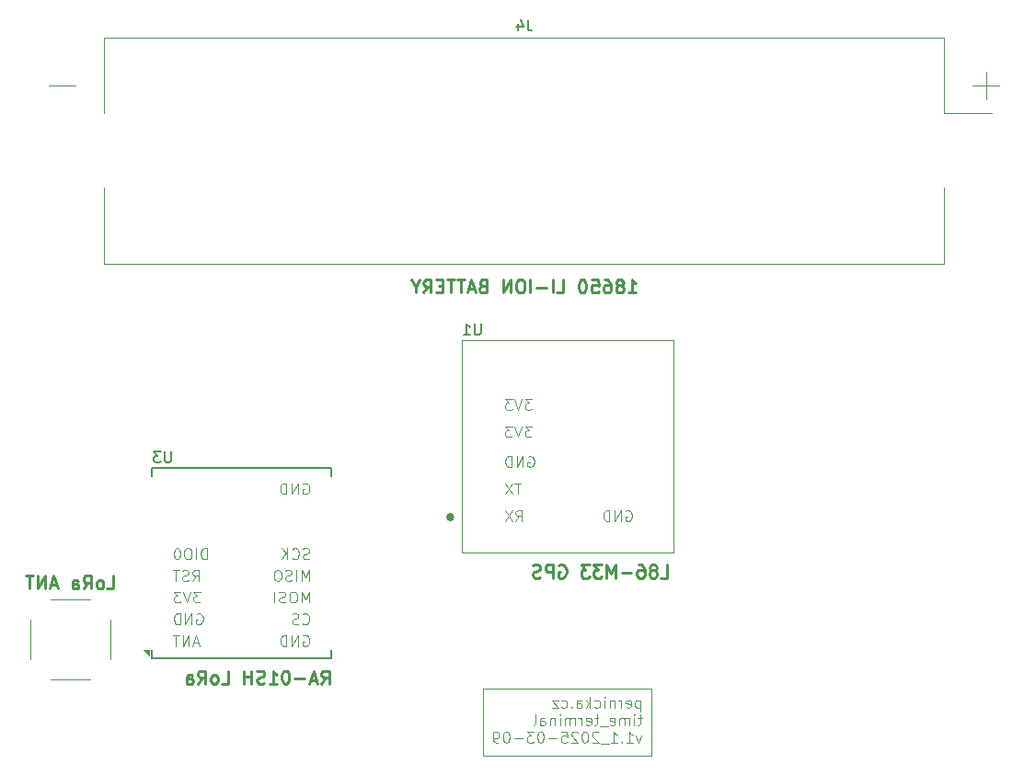
<source format=gbr>
%TF.GenerationSoftware,KiCad,Pcbnew,8.0.4+dfsg-1*%
%TF.CreationDate,2025-03-09T22:36:11+01:00*%
%TF.ProjectId,time_terminal,74696d65-5f74-4657-926d-696e616c2e6b,rev?*%
%TF.SameCoordinates,Original*%
%TF.FileFunction,Legend,Bot*%
%TF.FilePolarity,Positive*%
%FSLAX46Y46*%
G04 Gerber Fmt 4.6, Leading zero omitted, Abs format (unit mm)*
G04 Created by KiCad (PCBNEW 8.0.4+dfsg-1) date 2025-03-09 22:36:11*
%MOMM*%
%LPD*%
G01*
G04 APERTURE LIST*
%ADD10C,0.125000*%
%ADD11C,0.100000*%
%ADD12C,0.240000*%
%ADD13C,0.150000*%
%ADD14C,0.120000*%
%ADD15C,0.300000*%
G04 APERTURE END LIST*
D10*
X87155859Y-112168738D02*
X87251097Y-112121119D01*
X87251097Y-112121119D02*
X87393954Y-112121119D01*
X87393954Y-112121119D02*
X87536811Y-112168738D01*
X87536811Y-112168738D02*
X87632049Y-112263976D01*
X87632049Y-112263976D02*
X87679668Y-112359214D01*
X87679668Y-112359214D02*
X87727287Y-112549690D01*
X87727287Y-112549690D02*
X87727287Y-112692547D01*
X87727287Y-112692547D02*
X87679668Y-112883023D01*
X87679668Y-112883023D02*
X87632049Y-112978261D01*
X87632049Y-112978261D02*
X87536811Y-113073500D01*
X87536811Y-113073500D02*
X87393954Y-113121119D01*
X87393954Y-113121119D02*
X87298716Y-113121119D01*
X87298716Y-113121119D02*
X87155859Y-113073500D01*
X87155859Y-113073500D02*
X87108240Y-113025880D01*
X87108240Y-113025880D02*
X87108240Y-112692547D01*
X87108240Y-112692547D02*
X87298716Y-112692547D01*
X86679668Y-113121119D02*
X86679668Y-112121119D01*
X86679668Y-112121119D02*
X86108240Y-113121119D01*
X86108240Y-113121119D02*
X86108240Y-112121119D01*
X85632049Y-113121119D02*
X85632049Y-112121119D01*
X85632049Y-112121119D02*
X85393954Y-112121119D01*
X85393954Y-112121119D02*
X85251097Y-112168738D01*
X85251097Y-112168738D02*
X85155859Y-112263976D01*
X85155859Y-112263976D02*
X85108240Y-112359214D01*
X85108240Y-112359214D02*
X85060621Y-112549690D01*
X85060621Y-112549690D02*
X85060621Y-112692547D01*
X85060621Y-112692547D02*
X85108240Y-112883023D01*
X85108240Y-112883023D02*
X85155859Y-112978261D01*
X85155859Y-112978261D02*
X85251097Y-113073500D01*
X85251097Y-113073500D02*
X85393954Y-113121119D01*
X85393954Y-113121119D02*
X85632049Y-113121119D01*
X87108240Y-111025880D02*
X87155859Y-111073500D01*
X87155859Y-111073500D02*
X87298716Y-111121119D01*
X87298716Y-111121119D02*
X87393954Y-111121119D01*
X87393954Y-111121119D02*
X87536811Y-111073500D01*
X87536811Y-111073500D02*
X87632049Y-110978261D01*
X87632049Y-110978261D02*
X87679668Y-110883023D01*
X87679668Y-110883023D02*
X87727287Y-110692547D01*
X87727287Y-110692547D02*
X87727287Y-110549690D01*
X87727287Y-110549690D02*
X87679668Y-110359214D01*
X87679668Y-110359214D02*
X87632049Y-110263976D01*
X87632049Y-110263976D02*
X87536811Y-110168738D01*
X87536811Y-110168738D02*
X87393954Y-110121119D01*
X87393954Y-110121119D02*
X87298716Y-110121119D01*
X87298716Y-110121119D02*
X87155859Y-110168738D01*
X87155859Y-110168738D02*
X87108240Y-110216357D01*
X86727287Y-111073500D02*
X86584430Y-111121119D01*
X86584430Y-111121119D02*
X86346335Y-111121119D01*
X86346335Y-111121119D02*
X86251097Y-111073500D01*
X86251097Y-111073500D02*
X86203478Y-111025880D01*
X86203478Y-111025880D02*
X86155859Y-110930642D01*
X86155859Y-110930642D02*
X86155859Y-110835404D01*
X86155859Y-110835404D02*
X86203478Y-110740166D01*
X86203478Y-110740166D02*
X86251097Y-110692547D01*
X86251097Y-110692547D02*
X86346335Y-110644928D01*
X86346335Y-110644928D02*
X86536811Y-110597309D01*
X86536811Y-110597309D02*
X86632049Y-110549690D01*
X86632049Y-110549690D02*
X86679668Y-110502071D01*
X86679668Y-110502071D02*
X86727287Y-110406833D01*
X86727287Y-110406833D02*
X86727287Y-110311595D01*
X86727287Y-110311595D02*
X86679668Y-110216357D01*
X86679668Y-110216357D02*
X86632049Y-110168738D01*
X86632049Y-110168738D02*
X86536811Y-110121119D01*
X86536811Y-110121119D02*
X86298716Y-110121119D01*
X86298716Y-110121119D02*
X86155859Y-110168738D01*
X87679668Y-109121119D02*
X87679668Y-108121119D01*
X87679668Y-108121119D02*
X87346335Y-108835404D01*
X87346335Y-108835404D02*
X87013002Y-108121119D01*
X87013002Y-108121119D02*
X87013002Y-109121119D01*
X86346335Y-108121119D02*
X86155859Y-108121119D01*
X86155859Y-108121119D02*
X86060621Y-108168738D01*
X86060621Y-108168738D02*
X85965383Y-108263976D01*
X85965383Y-108263976D02*
X85917764Y-108454452D01*
X85917764Y-108454452D02*
X85917764Y-108787785D01*
X85917764Y-108787785D02*
X85965383Y-108978261D01*
X85965383Y-108978261D02*
X86060621Y-109073500D01*
X86060621Y-109073500D02*
X86155859Y-109121119D01*
X86155859Y-109121119D02*
X86346335Y-109121119D01*
X86346335Y-109121119D02*
X86441573Y-109073500D01*
X86441573Y-109073500D02*
X86536811Y-108978261D01*
X86536811Y-108978261D02*
X86584430Y-108787785D01*
X86584430Y-108787785D02*
X86584430Y-108454452D01*
X86584430Y-108454452D02*
X86536811Y-108263976D01*
X86536811Y-108263976D02*
X86441573Y-108168738D01*
X86441573Y-108168738D02*
X86346335Y-108121119D01*
X85536811Y-109073500D02*
X85393954Y-109121119D01*
X85393954Y-109121119D02*
X85155859Y-109121119D01*
X85155859Y-109121119D02*
X85060621Y-109073500D01*
X85060621Y-109073500D02*
X85013002Y-109025880D01*
X85013002Y-109025880D02*
X84965383Y-108930642D01*
X84965383Y-108930642D02*
X84965383Y-108835404D01*
X84965383Y-108835404D02*
X85013002Y-108740166D01*
X85013002Y-108740166D02*
X85060621Y-108692547D01*
X85060621Y-108692547D02*
X85155859Y-108644928D01*
X85155859Y-108644928D02*
X85346335Y-108597309D01*
X85346335Y-108597309D02*
X85441573Y-108549690D01*
X85441573Y-108549690D02*
X85489192Y-108502071D01*
X85489192Y-108502071D02*
X85536811Y-108406833D01*
X85536811Y-108406833D02*
X85536811Y-108311595D01*
X85536811Y-108311595D02*
X85489192Y-108216357D01*
X85489192Y-108216357D02*
X85441573Y-108168738D01*
X85441573Y-108168738D02*
X85346335Y-108121119D01*
X85346335Y-108121119D02*
X85108240Y-108121119D01*
X85108240Y-108121119D02*
X84965383Y-108168738D01*
X84536811Y-109121119D02*
X84536811Y-108121119D01*
X87679668Y-107121119D02*
X87679668Y-106121119D01*
X87679668Y-106121119D02*
X87346335Y-106835404D01*
X87346335Y-106835404D02*
X87013002Y-106121119D01*
X87013002Y-106121119D02*
X87013002Y-107121119D01*
X86536811Y-107121119D02*
X86536811Y-106121119D01*
X86108240Y-107073500D02*
X85965383Y-107121119D01*
X85965383Y-107121119D02*
X85727288Y-107121119D01*
X85727288Y-107121119D02*
X85632050Y-107073500D01*
X85632050Y-107073500D02*
X85584431Y-107025880D01*
X85584431Y-107025880D02*
X85536812Y-106930642D01*
X85536812Y-106930642D02*
X85536812Y-106835404D01*
X85536812Y-106835404D02*
X85584431Y-106740166D01*
X85584431Y-106740166D02*
X85632050Y-106692547D01*
X85632050Y-106692547D02*
X85727288Y-106644928D01*
X85727288Y-106644928D02*
X85917764Y-106597309D01*
X85917764Y-106597309D02*
X86013002Y-106549690D01*
X86013002Y-106549690D02*
X86060621Y-106502071D01*
X86060621Y-106502071D02*
X86108240Y-106406833D01*
X86108240Y-106406833D02*
X86108240Y-106311595D01*
X86108240Y-106311595D02*
X86060621Y-106216357D01*
X86060621Y-106216357D02*
X86013002Y-106168738D01*
X86013002Y-106168738D02*
X85917764Y-106121119D01*
X85917764Y-106121119D02*
X85679669Y-106121119D01*
X85679669Y-106121119D02*
X85536812Y-106168738D01*
X84917764Y-106121119D02*
X84727288Y-106121119D01*
X84727288Y-106121119D02*
X84632050Y-106168738D01*
X84632050Y-106168738D02*
X84536812Y-106263976D01*
X84536812Y-106263976D02*
X84489193Y-106454452D01*
X84489193Y-106454452D02*
X84489193Y-106787785D01*
X84489193Y-106787785D02*
X84536812Y-106978261D01*
X84536812Y-106978261D02*
X84632050Y-107073500D01*
X84632050Y-107073500D02*
X84727288Y-107121119D01*
X84727288Y-107121119D02*
X84917764Y-107121119D01*
X84917764Y-107121119D02*
X85013002Y-107073500D01*
X85013002Y-107073500D02*
X85108240Y-106978261D01*
X85108240Y-106978261D02*
X85155859Y-106787785D01*
X85155859Y-106787785D02*
X85155859Y-106454452D01*
X85155859Y-106454452D02*
X85108240Y-106263976D01*
X85108240Y-106263976D02*
X85013002Y-106168738D01*
X85013002Y-106168738D02*
X84917764Y-106121119D01*
X87727287Y-105073500D02*
X87584430Y-105121119D01*
X87584430Y-105121119D02*
X87346335Y-105121119D01*
X87346335Y-105121119D02*
X87251097Y-105073500D01*
X87251097Y-105073500D02*
X87203478Y-105025880D01*
X87203478Y-105025880D02*
X87155859Y-104930642D01*
X87155859Y-104930642D02*
X87155859Y-104835404D01*
X87155859Y-104835404D02*
X87203478Y-104740166D01*
X87203478Y-104740166D02*
X87251097Y-104692547D01*
X87251097Y-104692547D02*
X87346335Y-104644928D01*
X87346335Y-104644928D02*
X87536811Y-104597309D01*
X87536811Y-104597309D02*
X87632049Y-104549690D01*
X87632049Y-104549690D02*
X87679668Y-104502071D01*
X87679668Y-104502071D02*
X87727287Y-104406833D01*
X87727287Y-104406833D02*
X87727287Y-104311595D01*
X87727287Y-104311595D02*
X87679668Y-104216357D01*
X87679668Y-104216357D02*
X87632049Y-104168738D01*
X87632049Y-104168738D02*
X87536811Y-104121119D01*
X87536811Y-104121119D02*
X87298716Y-104121119D01*
X87298716Y-104121119D02*
X87155859Y-104168738D01*
X86155859Y-105025880D02*
X86203478Y-105073500D01*
X86203478Y-105073500D02*
X86346335Y-105121119D01*
X86346335Y-105121119D02*
X86441573Y-105121119D01*
X86441573Y-105121119D02*
X86584430Y-105073500D01*
X86584430Y-105073500D02*
X86679668Y-104978261D01*
X86679668Y-104978261D02*
X86727287Y-104883023D01*
X86727287Y-104883023D02*
X86774906Y-104692547D01*
X86774906Y-104692547D02*
X86774906Y-104549690D01*
X86774906Y-104549690D02*
X86727287Y-104359214D01*
X86727287Y-104359214D02*
X86679668Y-104263976D01*
X86679668Y-104263976D02*
X86584430Y-104168738D01*
X86584430Y-104168738D02*
X86441573Y-104121119D01*
X86441573Y-104121119D02*
X86346335Y-104121119D01*
X86346335Y-104121119D02*
X86203478Y-104168738D01*
X86203478Y-104168738D02*
X86155859Y-104216357D01*
X85727287Y-105121119D02*
X85727287Y-104121119D01*
X85155859Y-105121119D02*
X85584430Y-104549690D01*
X85155859Y-104121119D02*
X85727287Y-104692547D01*
X87155859Y-98168738D02*
X87251097Y-98121119D01*
X87251097Y-98121119D02*
X87393954Y-98121119D01*
X87393954Y-98121119D02*
X87536811Y-98168738D01*
X87536811Y-98168738D02*
X87632049Y-98263976D01*
X87632049Y-98263976D02*
X87679668Y-98359214D01*
X87679668Y-98359214D02*
X87727287Y-98549690D01*
X87727287Y-98549690D02*
X87727287Y-98692547D01*
X87727287Y-98692547D02*
X87679668Y-98883023D01*
X87679668Y-98883023D02*
X87632049Y-98978261D01*
X87632049Y-98978261D02*
X87536811Y-99073500D01*
X87536811Y-99073500D02*
X87393954Y-99121119D01*
X87393954Y-99121119D02*
X87298716Y-99121119D01*
X87298716Y-99121119D02*
X87155859Y-99073500D01*
X87155859Y-99073500D02*
X87108240Y-99025880D01*
X87108240Y-99025880D02*
X87108240Y-98692547D01*
X87108240Y-98692547D02*
X87298716Y-98692547D01*
X86679668Y-99121119D02*
X86679668Y-98121119D01*
X86679668Y-98121119D02*
X86108240Y-99121119D01*
X86108240Y-99121119D02*
X86108240Y-98121119D01*
X85632049Y-99121119D02*
X85632049Y-98121119D01*
X85632049Y-98121119D02*
X85393954Y-98121119D01*
X85393954Y-98121119D02*
X85251097Y-98168738D01*
X85251097Y-98168738D02*
X85155859Y-98263976D01*
X85155859Y-98263976D02*
X85108240Y-98359214D01*
X85108240Y-98359214D02*
X85060621Y-98549690D01*
X85060621Y-98549690D02*
X85060621Y-98692547D01*
X85060621Y-98692547D02*
X85108240Y-98883023D01*
X85108240Y-98883023D02*
X85155859Y-98978261D01*
X85155859Y-98978261D02*
X85251097Y-99073500D01*
X85251097Y-99073500D02*
X85393954Y-99121119D01*
X85393954Y-99121119D02*
X85632049Y-99121119D01*
X77558426Y-112835404D02*
X77082236Y-112835404D01*
X77653664Y-113121119D02*
X77320331Y-112121119D01*
X77320331Y-112121119D02*
X76986998Y-113121119D01*
X76653664Y-113121119D02*
X76653664Y-112121119D01*
X76653664Y-112121119D02*
X76082236Y-113121119D01*
X76082236Y-113121119D02*
X76082236Y-112121119D01*
X75748902Y-112121119D02*
X75177474Y-112121119D01*
X75463188Y-113121119D02*
X75463188Y-112121119D01*
X77367950Y-110168738D02*
X77463188Y-110121119D01*
X77463188Y-110121119D02*
X77606045Y-110121119D01*
X77606045Y-110121119D02*
X77748902Y-110168738D01*
X77748902Y-110168738D02*
X77844140Y-110263976D01*
X77844140Y-110263976D02*
X77891759Y-110359214D01*
X77891759Y-110359214D02*
X77939378Y-110549690D01*
X77939378Y-110549690D02*
X77939378Y-110692547D01*
X77939378Y-110692547D02*
X77891759Y-110883023D01*
X77891759Y-110883023D02*
X77844140Y-110978261D01*
X77844140Y-110978261D02*
X77748902Y-111073500D01*
X77748902Y-111073500D02*
X77606045Y-111121119D01*
X77606045Y-111121119D02*
X77510807Y-111121119D01*
X77510807Y-111121119D02*
X77367950Y-111073500D01*
X77367950Y-111073500D02*
X77320331Y-111025880D01*
X77320331Y-111025880D02*
X77320331Y-110692547D01*
X77320331Y-110692547D02*
X77510807Y-110692547D01*
X76891759Y-111121119D02*
X76891759Y-110121119D01*
X76891759Y-110121119D02*
X76320331Y-111121119D01*
X76320331Y-111121119D02*
X76320331Y-110121119D01*
X75844140Y-111121119D02*
X75844140Y-110121119D01*
X75844140Y-110121119D02*
X75606045Y-110121119D01*
X75606045Y-110121119D02*
X75463188Y-110168738D01*
X75463188Y-110168738D02*
X75367950Y-110263976D01*
X75367950Y-110263976D02*
X75320331Y-110359214D01*
X75320331Y-110359214D02*
X75272712Y-110549690D01*
X75272712Y-110549690D02*
X75272712Y-110692547D01*
X75272712Y-110692547D02*
X75320331Y-110883023D01*
X75320331Y-110883023D02*
X75367950Y-110978261D01*
X75367950Y-110978261D02*
X75463188Y-111073500D01*
X75463188Y-111073500D02*
X75606045Y-111121119D01*
X75606045Y-111121119D02*
X75844140Y-111121119D01*
X77701283Y-108121119D02*
X77082236Y-108121119D01*
X77082236Y-108121119D02*
X77415569Y-108502071D01*
X77415569Y-108502071D02*
X77272712Y-108502071D01*
X77272712Y-108502071D02*
X77177474Y-108549690D01*
X77177474Y-108549690D02*
X77129855Y-108597309D01*
X77129855Y-108597309D02*
X77082236Y-108692547D01*
X77082236Y-108692547D02*
X77082236Y-108930642D01*
X77082236Y-108930642D02*
X77129855Y-109025880D01*
X77129855Y-109025880D02*
X77177474Y-109073500D01*
X77177474Y-109073500D02*
X77272712Y-109121119D01*
X77272712Y-109121119D02*
X77558426Y-109121119D01*
X77558426Y-109121119D02*
X77653664Y-109073500D01*
X77653664Y-109073500D02*
X77701283Y-109025880D01*
X76796521Y-108121119D02*
X76463188Y-109121119D01*
X76463188Y-109121119D02*
X76129855Y-108121119D01*
X75891759Y-108121119D02*
X75272712Y-108121119D01*
X75272712Y-108121119D02*
X75606045Y-108502071D01*
X75606045Y-108502071D02*
X75463188Y-108502071D01*
X75463188Y-108502071D02*
X75367950Y-108549690D01*
X75367950Y-108549690D02*
X75320331Y-108597309D01*
X75320331Y-108597309D02*
X75272712Y-108692547D01*
X75272712Y-108692547D02*
X75272712Y-108930642D01*
X75272712Y-108930642D02*
X75320331Y-109025880D01*
X75320331Y-109025880D02*
X75367950Y-109073500D01*
X75367950Y-109073500D02*
X75463188Y-109121119D01*
X75463188Y-109121119D02*
X75748902Y-109121119D01*
X75748902Y-109121119D02*
X75844140Y-109073500D01*
X75844140Y-109073500D02*
X75891759Y-109025880D01*
X76986998Y-107121119D02*
X77320331Y-106644928D01*
X77558426Y-107121119D02*
X77558426Y-106121119D01*
X77558426Y-106121119D02*
X77177474Y-106121119D01*
X77177474Y-106121119D02*
X77082236Y-106168738D01*
X77082236Y-106168738D02*
X77034617Y-106216357D01*
X77034617Y-106216357D02*
X76986998Y-106311595D01*
X76986998Y-106311595D02*
X76986998Y-106454452D01*
X76986998Y-106454452D02*
X77034617Y-106549690D01*
X77034617Y-106549690D02*
X77082236Y-106597309D01*
X77082236Y-106597309D02*
X77177474Y-106644928D01*
X77177474Y-106644928D02*
X77558426Y-106644928D01*
X76606045Y-107073500D02*
X76463188Y-107121119D01*
X76463188Y-107121119D02*
X76225093Y-107121119D01*
X76225093Y-107121119D02*
X76129855Y-107073500D01*
X76129855Y-107073500D02*
X76082236Y-107025880D01*
X76082236Y-107025880D02*
X76034617Y-106930642D01*
X76034617Y-106930642D02*
X76034617Y-106835404D01*
X76034617Y-106835404D02*
X76082236Y-106740166D01*
X76082236Y-106740166D02*
X76129855Y-106692547D01*
X76129855Y-106692547D02*
X76225093Y-106644928D01*
X76225093Y-106644928D02*
X76415569Y-106597309D01*
X76415569Y-106597309D02*
X76510807Y-106549690D01*
X76510807Y-106549690D02*
X76558426Y-106502071D01*
X76558426Y-106502071D02*
X76606045Y-106406833D01*
X76606045Y-106406833D02*
X76606045Y-106311595D01*
X76606045Y-106311595D02*
X76558426Y-106216357D01*
X76558426Y-106216357D02*
X76510807Y-106168738D01*
X76510807Y-106168738D02*
X76415569Y-106121119D01*
X76415569Y-106121119D02*
X76177474Y-106121119D01*
X76177474Y-106121119D02*
X76034617Y-106168738D01*
X75748902Y-106121119D02*
X75177474Y-106121119D01*
X75463188Y-107121119D02*
X75463188Y-106121119D01*
X78320330Y-105121119D02*
X78320330Y-104121119D01*
X78320330Y-104121119D02*
X78082235Y-104121119D01*
X78082235Y-104121119D02*
X77939378Y-104168738D01*
X77939378Y-104168738D02*
X77844140Y-104263976D01*
X77844140Y-104263976D02*
X77796521Y-104359214D01*
X77796521Y-104359214D02*
X77748902Y-104549690D01*
X77748902Y-104549690D02*
X77748902Y-104692547D01*
X77748902Y-104692547D02*
X77796521Y-104883023D01*
X77796521Y-104883023D02*
X77844140Y-104978261D01*
X77844140Y-104978261D02*
X77939378Y-105073500D01*
X77939378Y-105073500D02*
X78082235Y-105121119D01*
X78082235Y-105121119D02*
X78320330Y-105121119D01*
X77320330Y-105121119D02*
X77320330Y-104121119D01*
X76653664Y-104121119D02*
X76463188Y-104121119D01*
X76463188Y-104121119D02*
X76367950Y-104168738D01*
X76367950Y-104168738D02*
X76272712Y-104263976D01*
X76272712Y-104263976D02*
X76225093Y-104454452D01*
X76225093Y-104454452D02*
X76225093Y-104787785D01*
X76225093Y-104787785D02*
X76272712Y-104978261D01*
X76272712Y-104978261D02*
X76367950Y-105073500D01*
X76367950Y-105073500D02*
X76463188Y-105121119D01*
X76463188Y-105121119D02*
X76653664Y-105121119D01*
X76653664Y-105121119D02*
X76748902Y-105073500D01*
X76748902Y-105073500D02*
X76844140Y-104978261D01*
X76844140Y-104978261D02*
X76891759Y-104787785D01*
X76891759Y-104787785D02*
X76891759Y-104454452D01*
X76891759Y-104454452D02*
X76844140Y-104263976D01*
X76844140Y-104263976D02*
X76748902Y-104168738D01*
X76748902Y-104168738D02*
X76653664Y-104121119D01*
X75606045Y-104121119D02*
X75510807Y-104121119D01*
X75510807Y-104121119D02*
X75415569Y-104168738D01*
X75415569Y-104168738D02*
X75367950Y-104216357D01*
X75367950Y-104216357D02*
X75320331Y-104311595D01*
X75320331Y-104311595D02*
X75272712Y-104502071D01*
X75272712Y-104502071D02*
X75272712Y-104740166D01*
X75272712Y-104740166D02*
X75320331Y-104930642D01*
X75320331Y-104930642D02*
X75367950Y-105025880D01*
X75367950Y-105025880D02*
X75415569Y-105073500D01*
X75415569Y-105073500D02*
X75510807Y-105121119D01*
X75510807Y-105121119D02*
X75606045Y-105121119D01*
X75606045Y-105121119D02*
X75701283Y-105073500D01*
X75701283Y-105073500D02*
X75748902Y-105025880D01*
X75748902Y-105025880D02*
X75796521Y-104930642D01*
X75796521Y-104930642D02*
X75844140Y-104740166D01*
X75844140Y-104740166D02*
X75844140Y-104502071D01*
X75844140Y-104502071D02*
X75796521Y-104311595D01*
X75796521Y-104311595D02*
X75748902Y-104216357D01*
X75748902Y-104216357D02*
X75701283Y-104168738D01*
X75701283Y-104168738D02*
X75606045Y-104121119D01*
X116867950Y-100668738D02*
X116963188Y-100621119D01*
X116963188Y-100621119D02*
X117106045Y-100621119D01*
X117106045Y-100621119D02*
X117248902Y-100668738D01*
X117248902Y-100668738D02*
X117344140Y-100763976D01*
X117344140Y-100763976D02*
X117391759Y-100859214D01*
X117391759Y-100859214D02*
X117439378Y-101049690D01*
X117439378Y-101049690D02*
X117439378Y-101192547D01*
X117439378Y-101192547D02*
X117391759Y-101383023D01*
X117391759Y-101383023D02*
X117344140Y-101478261D01*
X117344140Y-101478261D02*
X117248902Y-101573500D01*
X117248902Y-101573500D02*
X117106045Y-101621119D01*
X117106045Y-101621119D02*
X117010807Y-101621119D01*
X117010807Y-101621119D02*
X116867950Y-101573500D01*
X116867950Y-101573500D02*
X116820331Y-101525880D01*
X116820331Y-101525880D02*
X116820331Y-101192547D01*
X116820331Y-101192547D02*
X117010807Y-101192547D01*
X116391759Y-101621119D02*
X116391759Y-100621119D01*
X116391759Y-100621119D02*
X115820331Y-101621119D01*
X115820331Y-101621119D02*
X115820331Y-100621119D01*
X115344140Y-101621119D02*
X115344140Y-100621119D01*
X115344140Y-100621119D02*
X115106045Y-100621119D01*
X115106045Y-100621119D02*
X114963188Y-100668738D01*
X114963188Y-100668738D02*
X114867950Y-100763976D01*
X114867950Y-100763976D02*
X114820331Y-100859214D01*
X114820331Y-100859214D02*
X114772712Y-101049690D01*
X114772712Y-101049690D02*
X114772712Y-101192547D01*
X114772712Y-101192547D02*
X114820331Y-101383023D01*
X114820331Y-101383023D02*
X114867950Y-101478261D01*
X114867950Y-101478261D02*
X114963188Y-101573500D01*
X114963188Y-101573500D02*
X115106045Y-101621119D01*
X115106045Y-101621119D02*
X115344140Y-101621119D01*
X106725093Y-101621119D02*
X107058426Y-101144928D01*
X107296521Y-101621119D02*
X107296521Y-100621119D01*
X107296521Y-100621119D02*
X106915569Y-100621119D01*
X106915569Y-100621119D02*
X106820331Y-100668738D01*
X106820331Y-100668738D02*
X106772712Y-100716357D01*
X106772712Y-100716357D02*
X106725093Y-100811595D01*
X106725093Y-100811595D02*
X106725093Y-100954452D01*
X106725093Y-100954452D02*
X106772712Y-101049690D01*
X106772712Y-101049690D02*
X106820331Y-101097309D01*
X106820331Y-101097309D02*
X106915569Y-101144928D01*
X106915569Y-101144928D02*
X107296521Y-101144928D01*
X106391759Y-100621119D02*
X105725093Y-101621119D01*
X105725093Y-100621119D02*
X106391759Y-101621119D01*
X107201283Y-98121119D02*
X106629855Y-98121119D01*
X106915569Y-99121119D02*
X106915569Y-98121119D01*
X106391759Y-98121119D02*
X105725093Y-99121119D01*
X105725093Y-98121119D02*
X106391759Y-99121119D01*
X107867950Y-95668738D02*
X107963188Y-95621119D01*
X107963188Y-95621119D02*
X108106045Y-95621119D01*
X108106045Y-95621119D02*
X108248902Y-95668738D01*
X108248902Y-95668738D02*
X108344140Y-95763976D01*
X108344140Y-95763976D02*
X108391759Y-95859214D01*
X108391759Y-95859214D02*
X108439378Y-96049690D01*
X108439378Y-96049690D02*
X108439378Y-96192547D01*
X108439378Y-96192547D02*
X108391759Y-96383023D01*
X108391759Y-96383023D02*
X108344140Y-96478261D01*
X108344140Y-96478261D02*
X108248902Y-96573500D01*
X108248902Y-96573500D02*
X108106045Y-96621119D01*
X108106045Y-96621119D02*
X108010807Y-96621119D01*
X108010807Y-96621119D02*
X107867950Y-96573500D01*
X107867950Y-96573500D02*
X107820331Y-96525880D01*
X107820331Y-96525880D02*
X107820331Y-96192547D01*
X107820331Y-96192547D02*
X108010807Y-96192547D01*
X107391759Y-96621119D02*
X107391759Y-95621119D01*
X107391759Y-95621119D02*
X106820331Y-96621119D01*
X106820331Y-96621119D02*
X106820331Y-95621119D01*
X106344140Y-96621119D02*
X106344140Y-95621119D01*
X106344140Y-95621119D02*
X106106045Y-95621119D01*
X106106045Y-95621119D02*
X105963188Y-95668738D01*
X105963188Y-95668738D02*
X105867950Y-95763976D01*
X105867950Y-95763976D02*
X105820331Y-95859214D01*
X105820331Y-95859214D02*
X105772712Y-96049690D01*
X105772712Y-96049690D02*
X105772712Y-96192547D01*
X105772712Y-96192547D02*
X105820331Y-96383023D01*
X105820331Y-96383023D02*
X105867950Y-96478261D01*
X105867950Y-96478261D02*
X105963188Y-96573500D01*
X105963188Y-96573500D02*
X106106045Y-96621119D01*
X106106045Y-96621119D02*
X106344140Y-96621119D01*
X108201283Y-92871119D02*
X107582236Y-92871119D01*
X107582236Y-92871119D02*
X107915569Y-93252071D01*
X107915569Y-93252071D02*
X107772712Y-93252071D01*
X107772712Y-93252071D02*
X107677474Y-93299690D01*
X107677474Y-93299690D02*
X107629855Y-93347309D01*
X107629855Y-93347309D02*
X107582236Y-93442547D01*
X107582236Y-93442547D02*
X107582236Y-93680642D01*
X107582236Y-93680642D02*
X107629855Y-93775880D01*
X107629855Y-93775880D02*
X107677474Y-93823500D01*
X107677474Y-93823500D02*
X107772712Y-93871119D01*
X107772712Y-93871119D02*
X108058426Y-93871119D01*
X108058426Y-93871119D02*
X108153664Y-93823500D01*
X108153664Y-93823500D02*
X108201283Y-93775880D01*
X107296521Y-92871119D02*
X106963188Y-93871119D01*
X106963188Y-93871119D02*
X106629855Y-92871119D01*
X106391759Y-92871119D02*
X105772712Y-92871119D01*
X105772712Y-92871119D02*
X106106045Y-93252071D01*
X106106045Y-93252071D02*
X105963188Y-93252071D01*
X105963188Y-93252071D02*
X105867950Y-93299690D01*
X105867950Y-93299690D02*
X105820331Y-93347309D01*
X105820331Y-93347309D02*
X105772712Y-93442547D01*
X105772712Y-93442547D02*
X105772712Y-93680642D01*
X105772712Y-93680642D02*
X105820331Y-93775880D01*
X105820331Y-93775880D02*
X105867950Y-93823500D01*
X105867950Y-93823500D02*
X105963188Y-93871119D01*
X105963188Y-93871119D02*
X106248902Y-93871119D01*
X106248902Y-93871119D02*
X106344140Y-93823500D01*
X106344140Y-93823500D02*
X106391759Y-93775880D01*
X108201283Y-90371119D02*
X107582236Y-90371119D01*
X107582236Y-90371119D02*
X107915569Y-90752071D01*
X107915569Y-90752071D02*
X107772712Y-90752071D01*
X107772712Y-90752071D02*
X107677474Y-90799690D01*
X107677474Y-90799690D02*
X107629855Y-90847309D01*
X107629855Y-90847309D02*
X107582236Y-90942547D01*
X107582236Y-90942547D02*
X107582236Y-91180642D01*
X107582236Y-91180642D02*
X107629855Y-91275880D01*
X107629855Y-91275880D02*
X107677474Y-91323500D01*
X107677474Y-91323500D02*
X107772712Y-91371119D01*
X107772712Y-91371119D02*
X108058426Y-91371119D01*
X108058426Y-91371119D02*
X108153664Y-91323500D01*
X108153664Y-91323500D02*
X108201283Y-91275880D01*
X107296521Y-90371119D02*
X106963188Y-91371119D01*
X106963188Y-91371119D02*
X106629855Y-90371119D01*
X106391759Y-90371119D02*
X105772712Y-90371119D01*
X105772712Y-90371119D02*
X106106045Y-90752071D01*
X106106045Y-90752071D02*
X105963188Y-90752071D01*
X105963188Y-90752071D02*
X105867950Y-90799690D01*
X105867950Y-90799690D02*
X105820331Y-90847309D01*
X105820331Y-90847309D02*
X105772712Y-90942547D01*
X105772712Y-90942547D02*
X105772712Y-91180642D01*
X105772712Y-91180642D02*
X105820331Y-91275880D01*
X105820331Y-91275880D02*
X105867950Y-91323500D01*
X105867950Y-91323500D02*
X105963188Y-91371119D01*
X105963188Y-91371119D02*
X106248902Y-91371119D01*
X106248902Y-91371119D02*
X106344140Y-91323500D01*
X106344140Y-91323500D02*
X106391759Y-91275880D01*
D11*
X118196115Y-118125752D02*
X118196115Y-119125752D01*
X118196115Y-118173371D02*
X118100877Y-118125752D01*
X118100877Y-118125752D02*
X117910401Y-118125752D01*
X117910401Y-118125752D02*
X117815163Y-118173371D01*
X117815163Y-118173371D02*
X117767544Y-118220990D01*
X117767544Y-118220990D02*
X117719925Y-118316228D01*
X117719925Y-118316228D02*
X117719925Y-118601942D01*
X117719925Y-118601942D02*
X117767544Y-118697180D01*
X117767544Y-118697180D02*
X117815163Y-118744800D01*
X117815163Y-118744800D02*
X117910401Y-118792419D01*
X117910401Y-118792419D02*
X118100877Y-118792419D01*
X118100877Y-118792419D02*
X118196115Y-118744800D01*
X116910401Y-118744800D02*
X117005639Y-118792419D01*
X117005639Y-118792419D02*
X117196115Y-118792419D01*
X117196115Y-118792419D02*
X117291353Y-118744800D01*
X117291353Y-118744800D02*
X117338972Y-118649561D01*
X117338972Y-118649561D02*
X117338972Y-118268609D01*
X117338972Y-118268609D02*
X117291353Y-118173371D01*
X117291353Y-118173371D02*
X117196115Y-118125752D01*
X117196115Y-118125752D02*
X117005639Y-118125752D01*
X117005639Y-118125752D02*
X116910401Y-118173371D01*
X116910401Y-118173371D02*
X116862782Y-118268609D01*
X116862782Y-118268609D02*
X116862782Y-118363847D01*
X116862782Y-118363847D02*
X117338972Y-118459085D01*
X116434210Y-118792419D02*
X116434210Y-118125752D01*
X116434210Y-118316228D02*
X116386591Y-118220990D01*
X116386591Y-118220990D02*
X116338972Y-118173371D01*
X116338972Y-118173371D02*
X116243734Y-118125752D01*
X116243734Y-118125752D02*
X116148496Y-118125752D01*
X115815162Y-118125752D02*
X115815162Y-118792419D01*
X115815162Y-118220990D02*
X115767543Y-118173371D01*
X115767543Y-118173371D02*
X115672305Y-118125752D01*
X115672305Y-118125752D02*
X115529448Y-118125752D01*
X115529448Y-118125752D02*
X115434210Y-118173371D01*
X115434210Y-118173371D02*
X115386591Y-118268609D01*
X115386591Y-118268609D02*
X115386591Y-118792419D01*
X114910400Y-118792419D02*
X114910400Y-118125752D01*
X114910400Y-117792419D02*
X114958019Y-117840038D01*
X114958019Y-117840038D02*
X114910400Y-117887657D01*
X114910400Y-117887657D02*
X114862781Y-117840038D01*
X114862781Y-117840038D02*
X114910400Y-117792419D01*
X114910400Y-117792419D02*
X114910400Y-117887657D01*
X114005639Y-118744800D02*
X114100877Y-118792419D01*
X114100877Y-118792419D02*
X114291353Y-118792419D01*
X114291353Y-118792419D02*
X114386591Y-118744800D01*
X114386591Y-118744800D02*
X114434210Y-118697180D01*
X114434210Y-118697180D02*
X114481829Y-118601942D01*
X114481829Y-118601942D02*
X114481829Y-118316228D01*
X114481829Y-118316228D02*
X114434210Y-118220990D01*
X114434210Y-118220990D02*
X114386591Y-118173371D01*
X114386591Y-118173371D02*
X114291353Y-118125752D01*
X114291353Y-118125752D02*
X114100877Y-118125752D01*
X114100877Y-118125752D02*
X114005639Y-118173371D01*
X113577067Y-118792419D02*
X113577067Y-117792419D01*
X113481829Y-118411466D02*
X113196115Y-118792419D01*
X113196115Y-118125752D02*
X113577067Y-118506704D01*
X112338972Y-118792419D02*
X112338972Y-118268609D01*
X112338972Y-118268609D02*
X112386591Y-118173371D01*
X112386591Y-118173371D02*
X112481829Y-118125752D01*
X112481829Y-118125752D02*
X112672305Y-118125752D01*
X112672305Y-118125752D02*
X112767543Y-118173371D01*
X112338972Y-118744800D02*
X112434210Y-118792419D01*
X112434210Y-118792419D02*
X112672305Y-118792419D01*
X112672305Y-118792419D02*
X112767543Y-118744800D01*
X112767543Y-118744800D02*
X112815162Y-118649561D01*
X112815162Y-118649561D02*
X112815162Y-118554323D01*
X112815162Y-118554323D02*
X112767543Y-118459085D01*
X112767543Y-118459085D02*
X112672305Y-118411466D01*
X112672305Y-118411466D02*
X112434210Y-118411466D01*
X112434210Y-118411466D02*
X112338972Y-118363847D01*
X111862781Y-118697180D02*
X111815162Y-118744800D01*
X111815162Y-118744800D02*
X111862781Y-118792419D01*
X111862781Y-118792419D02*
X111910400Y-118744800D01*
X111910400Y-118744800D02*
X111862781Y-118697180D01*
X111862781Y-118697180D02*
X111862781Y-118792419D01*
X110958020Y-118744800D02*
X111053258Y-118792419D01*
X111053258Y-118792419D02*
X111243734Y-118792419D01*
X111243734Y-118792419D02*
X111338972Y-118744800D01*
X111338972Y-118744800D02*
X111386591Y-118697180D01*
X111386591Y-118697180D02*
X111434210Y-118601942D01*
X111434210Y-118601942D02*
X111434210Y-118316228D01*
X111434210Y-118316228D02*
X111386591Y-118220990D01*
X111386591Y-118220990D02*
X111338972Y-118173371D01*
X111338972Y-118173371D02*
X111243734Y-118125752D01*
X111243734Y-118125752D02*
X111053258Y-118125752D01*
X111053258Y-118125752D02*
X110958020Y-118173371D01*
X110624686Y-118125752D02*
X110100877Y-118125752D01*
X110100877Y-118125752D02*
X110624686Y-118792419D01*
X110624686Y-118792419D02*
X110100877Y-118792419D01*
X118338972Y-119735696D02*
X117958020Y-119735696D01*
X118196115Y-119402363D02*
X118196115Y-120259505D01*
X118196115Y-120259505D02*
X118148496Y-120354744D01*
X118148496Y-120354744D02*
X118053258Y-120402363D01*
X118053258Y-120402363D02*
X117958020Y-120402363D01*
X117624686Y-120402363D02*
X117624686Y-119735696D01*
X117624686Y-119402363D02*
X117672305Y-119449982D01*
X117672305Y-119449982D02*
X117624686Y-119497601D01*
X117624686Y-119497601D02*
X117577067Y-119449982D01*
X117577067Y-119449982D02*
X117624686Y-119402363D01*
X117624686Y-119402363D02*
X117624686Y-119497601D01*
X117148496Y-120402363D02*
X117148496Y-119735696D01*
X117148496Y-119830934D02*
X117100877Y-119783315D01*
X117100877Y-119783315D02*
X117005639Y-119735696D01*
X117005639Y-119735696D02*
X116862782Y-119735696D01*
X116862782Y-119735696D02*
X116767544Y-119783315D01*
X116767544Y-119783315D02*
X116719925Y-119878553D01*
X116719925Y-119878553D02*
X116719925Y-120402363D01*
X116719925Y-119878553D02*
X116672306Y-119783315D01*
X116672306Y-119783315D02*
X116577068Y-119735696D01*
X116577068Y-119735696D02*
X116434211Y-119735696D01*
X116434211Y-119735696D02*
X116338972Y-119783315D01*
X116338972Y-119783315D02*
X116291353Y-119878553D01*
X116291353Y-119878553D02*
X116291353Y-120402363D01*
X115434211Y-120354744D02*
X115529449Y-120402363D01*
X115529449Y-120402363D02*
X115719925Y-120402363D01*
X115719925Y-120402363D02*
X115815163Y-120354744D01*
X115815163Y-120354744D02*
X115862782Y-120259505D01*
X115862782Y-120259505D02*
X115862782Y-119878553D01*
X115862782Y-119878553D02*
X115815163Y-119783315D01*
X115815163Y-119783315D02*
X115719925Y-119735696D01*
X115719925Y-119735696D02*
X115529449Y-119735696D01*
X115529449Y-119735696D02*
X115434211Y-119783315D01*
X115434211Y-119783315D02*
X115386592Y-119878553D01*
X115386592Y-119878553D02*
X115386592Y-119973791D01*
X115386592Y-119973791D02*
X115862782Y-120069029D01*
X115196116Y-120497601D02*
X114434211Y-120497601D01*
X114338972Y-119735696D02*
X113958020Y-119735696D01*
X114196115Y-119402363D02*
X114196115Y-120259505D01*
X114196115Y-120259505D02*
X114148496Y-120354744D01*
X114148496Y-120354744D02*
X114053258Y-120402363D01*
X114053258Y-120402363D02*
X113958020Y-120402363D01*
X113243734Y-120354744D02*
X113338972Y-120402363D01*
X113338972Y-120402363D02*
X113529448Y-120402363D01*
X113529448Y-120402363D02*
X113624686Y-120354744D01*
X113624686Y-120354744D02*
X113672305Y-120259505D01*
X113672305Y-120259505D02*
X113672305Y-119878553D01*
X113672305Y-119878553D02*
X113624686Y-119783315D01*
X113624686Y-119783315D02*
X113529448Y-119735696D01*
X113529448Y-119735696D02*
X113338972Y-119735696D01*
X113338972Y-119735696D02*
X113243734Y-119783315D01*
X113243734Y-119783315D02*
X113196115Y-119878553D01*
X113196115Y-119878553D02*
X113196115Y-119973791D01*
X113196115Y-119973791D02*
X113672305Y-120069029D01*
X112767543Y-120402363D02*
X112767543Y-119735696D01*
X112767543Y-119926172D02*
X112719924Y-119830934D01*
X112719924Y-119830934D02*
X112672305Y-119783315D01*
X112672305Y-119783315D02*
X112577067Y-119735696D01*
X112577067Y-119735696D02*
X112481829Y-119735696D01*
X112148495Y-120402363D02*
X112148495Y-119735696D01*
X112148495Y-119830934D02*
X112100876Y-119783315D01*
X112100876Y-119783315D02*
X112005638Y-119735696D01*
X112005638Y-119735696D02*
X111862781Y-119735696D01*
X111862781Y-119735696D02*
X111767543Y-119783315D01*
X111767543Y-119783315D02*
X111719924Y-119878553D01*
X111719924Y-119878553D02*
X111719924Y-120402363D01*
X111719924Y-119878553D02*
X111672305Y-119783315D01*
X111672305Y-119783315D02*
X111577067Y-119735696D01*
X111577067Y-119735696D02*
X111434210Y-119735696D01*
X111434210Y-119735696D02*
X111338971Y-119783315D01*
X111338971Y-119783315D02*
X111291352Y-119878553D01*
X111291352Y-119878553D02*
X111291352Y-120402363D01*
X110815162Y-120402363D02*
X110815162Y-119735696D01*
X110815162Y-119402363D02*
X110862781Y-119449982D01*
X110862781Y-119449982D02*
X110815162Y-119497601D01*
X110815162Y-119497601D02*
X110767543Y-119449982D01*
X110767543Y-119449982D02*
X110815162Y-119402363D01*
X110815162Y-119402363D02*
X110815162Y-119497601D01*
X110338972Y-119735696D02*
X110338972Y-120402363D01*
X110338972Y-119830934D02*
X110291353Y-119783315D01*
X110291353Y-119783315D02*
X110196115Y-119735696D01*
X110196115Y-119735696D02*
X110053258Y-119735696D01*
X110053258Y-119735696D02*
X109958020Y-119783315D01*
X109958020Y-119783315D02*
X109910401Y-119878553D01*
X109910401Y-119878553D02*
X109910401Y-120402363D01*
X109005639Y-120402363D02*
X109005639Y-119878553D01*
X109005639Y-119878553D02*
X109053258Y-119783315D01*
X109053258Y-119783315D02*
X109148496Y-119735696D01*
X109148496Y-119735696D02*
X109338972Y-119735696D01*
X109338972Y-119735696D02*
X109434210Y-119783315D01*
X109005639Y-120354744D02*
X109100877Y-120402363D01*
X109100877Y-120402363D02*
X109338972Y-120402363D01*
X109338972Y-120402363D02*
X109434210Y-120354744D01*
X109434210Y-120354744D02*
X109481829Y-120259505D01*
X109481829Y-120259505D02*
X109481829Y-120164267D01*
X109481829Y-120164267D02*
X109434210Y-120069029D01*
X109434210Y-120069029D02*
X109338972Y-120021410D01*
X109338972Y-120021410D02*
X109100877Y-120021410D01*
X109100877Y-120021410D02*
X109005639Y-119973791D01*
X108386591Y-120402363D02*
X108481829Y-120354744D01*
X108481829Y-120354744D02*
X108529448Y-120259505D01*
X108529448Y-120259505D02*
X108529448Y-119402363D01*
X118291353Y-121345640D02*
X118053258Y-122012307D01*
X118053258Y-122012307D02*
X117815163Y-121345640D01*
X116910401Y-122012307D02*
X117481829Y-122012307D01*
X117196115Y-122012307D02*
X117196115Y-121012307D01*
X117196115Y-121012307D02*
X117291353Y-121155164D01*
X117291353Y-121155164D02*
X117386591Y-121250402D01*
X117386591Y-121250402D02*
X117481829Y-121298021D01*
X116481829Y-121917068D02*
X116434210Y-121964688D01*
X116434210Y-121964688D02*
X116481829Y-122012307D01*
X116481829Y-122012307D02*
X116529448Y-121964688D01*
X116529448Y-121964688D02*
X116481829Y-121917068D01*
X116481829Y-121917068D02*
X116481829Y-122012307D01*
X115481830Y-122012307D02*
X116053258Y-122012307D01*
X115767544Y-122012307D02*
X115767544Y-121012307D01*
X115767544Y-121012307D02*
X115862782Y-121155164D01*
X115862782Y-121155164D02*
X115958020Y-121250402D01*
X115958020Y-121250402D02*
X116053258Y-121298021D01*
X115291354Y-122107545D02*
X114529449Y-122107545D01*
X114338972Y-121107545D02*
X114291353Y-121059926D01*
X114291353Y-121059926D02*
X114196115Y-121012307D01*
X114196115Y-121012307D02*
X113958020Y-121012307D01*
X113958020Y-121012307D02*
X113862782Y-121059926D01*
X113862782Y-121059926D02*
X113815163Y-121107545D01*
X113815163Y-121107545D02*
X113767544Y-121202783D01*
X113767544Y-121202783D02*
X113767544Y-121298021D01*
X113767544Y-121298021D02*
X113815163Y-121440878D01*
X113815163Y-121440878D02*
X114386591Y-122012307D01*
X114386591Y-122012307D02*
X113767544Y-122012307D01*
X113148496Y-121012307D02*
X113053258Y-121012307D01*
X113053258Y-121012307D02*
X112958020Y-121059926D01*
X112958020Y-121059926D02*
X112910401Y-121107545D01*
X112910401Y-121107545D02*
X112862782Y-121202783D01*
X112862782Y-121202783D02*
X112815163Y-121393259D01*
X112815163Y-121393259D02*
X112815163Y-121631354D01*
X112815163Y-121631354D02*
X112862782Y-121821830D01*
X112862782Y-121821830D02*
X112910401Y-121917068D01*
X112910401Y-121917068D02*
X112958020Y-121964688D01*
X112958020Y-121964688D02*
X113053258Y-122012307D01*
X113053258Y-122012307D02*
X113148496Y-122012307D01*
X113148496Y-122012307D02*
X113243734Y-121964688D01*
X113243734Y-121964688D02*
X113291353Y-121917068D01*
X113291353Y-121917068D02*
X113338972Y-121821830D01*
X113338972Y-121821830D02*
X113386591Y-121631354D01*
X113386591Y-121631354D02*
X113386591Y-121393259D01*
X113386591Y-121393259D02*
X113338972Y-121202783D01*
X113338972Y-121202783D02*
X113291353Y-121107545D01*
X113291353Y-121107545D02*
X113243734Y-121059926D01*
X113243734Y-121059926D02*
X113148496Y-121012307D01*
X112434210Y-121107545D02*
X112386591Y-121059926D01*
X112386591Y-121059926D02*
X112291353Y-121012307D01*
X112291353Y-121012307D02*
X112053258Y-121012307D01*
X112053258Y-121012307D02*
X111958020Y-121059926D01*
X111958020Y-121059926D02*
X111910401Y-121107545D01*
X111910401Y-121107545D02*
X111862782Y-121202783D01*
X111862782Y-121202783D02*
X111862782Y-121298021D01*
X111862782Y-121298021D02*
X111910401Y-121440878D01*
X111910401Y-121440878D02*
X112481829Y-122012307D01*
X112481829Y-122012307D02*
X111862782Y-122012307D01*
X110958020Y-121012307D02*
X111434210Y-121012307D01*
X111434210Y-121012307D02*
X111481829Y-121488497D01*
X111481829Y-121488497D02*
X111434210Y-121440878D01*
X111434210Y-121440878D02*
X111338972Y-121393259D01*
X111338972Y-121393259D02*
X111100877Y-121393259D01*
X111100877Y-121393259D02*
X111005639Y-121440878D01*
X111005639Y-121440878D02*
X110958020Y-121488497D01*
X110958020Y-121488497D02*
X110910401Y-121583735D01*
X110910401Y-121583735D02*
X110910401Y-121821830D01*
X110910401Y-121821830D02*
X110958020Y-121917068D01*
X110958020Y-121917068D02*
X111005639Y-121964688D01*
X111005639Y-121964688D02*
X111100877Y-122012307D01*
X111100877Y-122012307D02*
X111338972Y-122012307D01*
X111338972Y-122012307D02*
X111434210Y-121964688D01*
X111434210Y-121964688D02*
X111481829Y-121917068D01*
X110481829Y-121631354D02*
X109719925Y-121631354D01*
X109053258Y-121012307D02*
X108958020Y-121012307D01*
X108958020Y-121012307D02*
X108862782Y-121059926D01*
X108862782Y-121059926D02*
X108815163Y-121107545D01*
X108815163Y-121107545D02*
X108767544Y-121202783D01*
X108767544Y-121202783D02*
X108719925Y-121393259D01*
X108719925Y-121393259D02*
X108719925Y-121631354D01*
X108719925Y-121631354D02*
X108767544Y-121821830D01*
X108767544Y-121821830D02*
X108815163Y-121917068D01*
X108815163Y-121917068D02*
X108862782Y-121964688D01*
X108862782Y-121964688D02*
X108958020Y-122012307D01*
X108958020Y-122012307D02*
X109053258Y-122012307D01*
X109053258Y-122012307D02*
X109148496Y-121964688D01*
X109148496Y-121964688D02*
X109196115Y-121917068D01*
X109196115Y-121917068D02*
X109243734Y-121821830D01*
X109243734Y-121821830D02*
X109291353Y-121631354D01*
X109291353Y-121631354D02*
X109291353Y-121393259D01*
X109291353Y-121393259D02*
X109243734Y-121202783D01*
X109243734Y-121202783D02*
X109196115Y-121107545D01*
X109196115Y-121107545D02*
X109148496Y-121059926D01*
X109148496Y-121059926D02*
X109053258Y-121012307D01*
X108386591Y-121012307D02*
X107767544Y-121012307D01*
X107767544Y-121012307D02*
X108100877Y-121393259D01*
X108100877Y-121393259D02*
X107958020Y-121393259D01*
X107958020Y-121393259D02*
X107862782Y-121440878D01*
X107862782Y-121440878D02*
X107815163Y-121488497D01*
X107815163Y-121488497D02*
X107767544Y-121583735D01*
X107767544Y-121583735D02*
X107767544Y-121821830D01*
X107767544Y-121821830D02*
X107815163Y-121917068D01*
X107815163Y-121917068D02*
X107862782Y-121964688D01*
X107862782Y-121964688D02*
X107958020Y-122012307D01*
X107958020Y-122012307D02*
X108243734Y-122012307D01*
X108243734Y-122012307D02*
X108338972Y-121964688D01*
X108338972Y-121964688D02*
X108386591Y-121917068D01*
X107338972Y-121631354D02*
X106577068Y-121631354D01*
X105910401Y-121012307D02*
X105815163Y-121012307D01*
X105815163Y-121012307D02*
X105719925Y-121059926D01*
X105719925Y-121059926D02*
X105672306Y-121107545D01*
X105672306Y-121107545D02*
X105624687Y-121202783D01*
X105624687Y-121202783D02*
X105577068Y-121393259D01*
X105577068Y-121393259D02*
X105577068Y-121631354D01*
X105577068Y-121631354D02*
X105624687Y-121821830D01*
X105624687Y-121821830D02*
X105672306Y-121917068D01*
X105672306Y-121917068D02*
X105719925Y-121964688D01*
X105719925Y-121964688D02*
X105815163Y-122012307D01*
X105815163Y-122012307D02*
X105910401Y-122012307D01*
X105910401Y-122012307D02*
X106005639Y-121964688D01*
X106005639Y-121964688D02*
X106053258Y-121917068D01*
X106053258Y-121917068D02*
X106100877Y-121821830D01*
X106100877Y-121821830D02*
X106148496Y-121631354D01*
X106148496Y-121631354D02*
X106148496Y-121393259D01*
X106148496Y-121393259D02*
X106100877Y-121202783D01*
X106100877Y-121202783D02*
X106053258Y-121107545D01*
X106053258Y-121107545D02*
X106005639Y-121059926D01*
X106005639Y-121059926D02*
X105910401Y-121012307D01*
X105100877Y-122012307D02*
X104910401Y-122012307D01*
X104910401Y-122012307D02*
X104815163Y-121964688D01*
X104815163Y-121964688D02*
X104767544Y-121917068D01*
X104767544Y-121917068D02*
X104672306Y-121774211D01*
X104672306Y-121774211D02*
X104624687Y-121583735D01*
X104624687Y-121583735D02*
X104624687Y-121202783D01*
X104624687Y-121202783D02*
X104672306Y-121107545D01*
X104672306Y-121107545D02*
X104719925Y-121059926D01*
X104719925Y-121059926D02*
X104815163Y-121012307D01*
X104815163Y-121012307D02*
X105005639Y-121012307D01*
X105005639Y-121012307D02*
X105100877Y-121059926D01*
X105100877Y-121059926D02*
X105148496Y-121107545D01*
X105148496Y-121107545D02*
X105196115Y-121202783D01*
X105196115Y-121202783D02*
X105196115Y-121440878D01*
X105196115Y-121440878D02*
X105148496Y-121536116D01*
X105148496Y-121536116D02*
X105100877Y-121583735D01*
X105100877Y-121583735D02*
X105005639Y-121631354D01*
X105005639Y-121631354D02*
X104815163Y-121631354D01*
X104815163Y-121631354D02*
X104719925Y-121583735D01*
X104719925Y-121583735D02*
X104672306Y-121536116D01*
X104672306Y-121536116D02*
X104624687Y-121440878D01*
X103750000Y-117000000D02*
X119250000Y-117000000D01*
X119250000Y-123250000D01*
X103750000Y-123250000D01*
X103750000Y-117000000D01*
D12*
X69121428Y-107840662D02*
X69692856Y-107840662D01*
X69692856Y-107840662D02*
X69692856Y-106640662D01*
X68549999Y-107840662D02*
X68664284Y-107783520D01*
X68664284Y-107783520D02*
X68721427Y-107726377D01*
X68721427Y-107726377D02*
X68778570Y-107612091D01*
X68778570Y-107612091D02*
X68778570Y-107269234D01*
X68778570Y-107269234D02*
X68721427Y-107154948D01*
X68721427Y-107154948D02*
X68664284Y-107097805D01*
X68664284Y-107097805D02*
X68549999Y-107040662D01*
X68549999Y-107040662D02*
X68378570Y-107040662D01*
X68378570Y-107040662D02*
X68264284Y-107097805D01*
X68264284Y-107097805D02*
X68207142Y-107154948D01*
X68207142Y-107154948D02*
X68149999Y-107269234D01*
X68149999Y-107269234D02*
X68149999Y-107612091D01*
X68149999Y-107612091D02*
X68207142Y-107726377D01*
X68207142Y-107726377D02*
X68264284Y-107783520D01*
X68264284Y-107783520D02*
X68378570Y-107840662D01*
X68378570Y-107840662D02*
X68549999Y-107840662D01*
X66949999Y-107840662D02*
X67349999Y-107269234D01*
X67635713Y-107840662D02*
X67635713Y-106640662D01*
X67635713Y-106640662D02*
X67178570Y-106640662D01*
X67178570Y-106640662D02*
X67064285Y-106697805D01*
X67064285Y-106697805D02*
X67007142Y-106754948D01*
X67007142Y-106754948D02*
X66949999Y-106869234D01*
X66949999Y-106869234D02*
X66949999Y-107040662D01*
X66949999Y-107040662D02*
X67007142Y-107154948D01*
X67007142Y-107154948D02*
X67064285Y-107212091D01*
X67064285Y-107212091D02*
X67178570Y-107269234D01*
X67178570Y-107269234D02*
X67635713Y-107269234D01*
X65921428Y-107840662D02*
X65921428Y-107212091D01*
X65921428Y-107212091D02*
X65978570Y-107097805D01*
X65978570Y-107097805D02*
X66092856Y-107040662D01*
X66092856Y-107040662D02*
X66321428Y-107040662D01*
X66321428Y-107040662D02*
X66435713Y-107097805D01*
X65921428Y-107783520D02*
X66035713Y-107840662D01*
X66035713Y-107840662D02*
X66321428Y-107840662D01*
X66321428Y-107840662D02*
X66435713Y-107783520D01*
X66435713Y-107783520D02*
X66492856Y-107669234D01*
X66492856Y-107669234D02*
X66492856Y-107554948D01*
X66492856Y-107554948D02*
X66435713Y-107440662D01*
X66435713Y-107440662D02*
X66321428Y-107383520D01*
X66321428Y-107383520D02*
X66035713Y-107383520D01*
X66035713Y-107383520D02*
X65921428Y-107326377D01*
X64492856Y-107497805D02*
X63921428Y-107497805D01*
X64607142Y-107840662D02*
X64207142Y-106640662D01*
X64207142Y-106640662D02*
X63807142Y-107840662D01*
X63407142Y-107840662D02*
X63407142Y-106640662D01*
X63407142Y-106640662D02*
X62721428Y-107840662D01*
X62721428Y-107840662D02*
X62721428Y-106640662D01*
X62321428Y-106640662D02*
X61635714Y-106640662D01*
X61978571Y-107840662D02*
X61978571Y-106640662D01*
X88857142Y-116590662D02*
X89257142Y-116019234D01*
X89542856Y-116590662D02*
X89542856Y-115390662D01*
X89542856Y-115390662D02*
X89085713Y-115390662D01*
X89085713Y-115390662D02*
X88971428Y-115447805D01*
X88971428Y-115447805D02*
X88914285Y-115504948D01*
X88914285Y-115504948D02*
X88857142Y-115619234D01*
X88857142Y-115619234D02*
X88857142Y-115790662D01*
X88857142Y-115790662D02*
X88914285Y-115904948D01*
X88914285Y-115904948D02*
X88971428Y-115962091D01*
X88971428Y-115962091D02*
X89085713Y-116019234D01*
X89085713Y-116019234D02*
X89542856Y-116019234D01*
X88399999Y-116247805D02*
X87828571Y-116247805D01*
X88514285Y-116590662D02*
X88114285Y-115390662D01*
X88114285Y-115390662D02*
X87714285Y-116590662D01*
X87314285Y-116133520D02*
X86400000Y-116133520D01*
X85600000Y-115390662D02*
X85485714Y-115390662D01*
X85485714Y-115390662D02*
X85371428Y-115447805D01*
X85371428Y-115447805D02*
X85314286Y-115504948D01*
X85314286Y-115504948D02*
X85257143Y-115619234D01*
X85257143Y-115619234D02*
X85200000Y-115847805D01*
X85200000Y-115847805D02*
X85200000Y-116133520D01*
X85200000Y-116133520D02*
X85257143Y-116362091D01*
X85257143Y-116362091D02*
X85314286Y-116476377D01*
X85314286Y-116476377D02*
X85371428Y-116533520D01*
X85371428Y-116533520D02*
X85485714Y-116590662D01*
X85485714Y-116590662D02*
X85600000Y-116590662D01*
X85600000Y-116590662D02*
X85714286Y-116533520D01*
X85714286Y-116533520D02*
X85771428Y-116476377D01*
X85771428Y-116476377D02*
X85828571Y-116362091D01*
X85828571Y-116362091D02*
X85885714Y-116133520D01*
X85885714Y-116133520D02*
X85885714Y-115847805D01*
X85885714Y-115847805D02*
X85828571Y-115619234D01*
X85828571Y-115619234D02*
X85771428Y-115504948D01*
X85771428Y-115504948D02*
X85714286Y-115447805D01*
X85714286Y-115447805D02*
X85600000Y-115390662D01*
X84057143Y-116590662D02*
X84742857Y-116590662D01*
X84400000Y-116590662D02*
X84400000Y-115390662D01*
X84400000Y-115390662D02*
X84514286Y-115562091D01*
X84514286Y-115562091D02*
X84628571Y-115676377D01*
X84628571Y-115676377D02*
X84742857Y-115733520D01*
X83600000Y-116533520D02*
X83428572Y-116590662D01*
X83428572Y-116590662D02*
X83142857Y-116590662D01*
X83142857Y-116590662D02*
X83028572Y-116533520D01*
X83028572Y-116533520D02*
X82971429Y-116476377D01*
X82971429Y-116476377D02*
X82914286Y-116362091D01*
X82914286Y-116362091D02*
X82914286Y-116247805D01*
X82914286Y-116247805D02*
X82971429Y-116133520D01*
X82971429Y-116133520D02*
X83028572Y-116076377D01*
X83028572Y-116076377D02*
X83142857Y-116019234D01*
X83142857Y-116019234D02*
X83371429Y-115962091D01*
X83371429Y-115962091D02*
X83485714Y-115904948D01*
X83485714Y-115904948D02*
X83542857Y-115847805D01*
X83542857Y-115847805D02*
X83600000Y-115733520D01*
X83600000Y-115733520D02*
X83600000Y-115619234D01*
X83600000Y-115619234D02*
X83542857Y-115504948D01*
X83542857Y-115504948D02*
X83485714Y-115447805D01*
X83485714Y-115447805D02*
X83371429Y-115390662D01*
X83371429Y-115390662D02*
X83085714Y-115390662D01*
X83085714Y-115390662D02*
X82914286Y-115447805D01*
X82400000Y-116590662D02*
X82400000Y-115390662D01*
X82400000Y-115962091D02*
X81714286Y-115962091D01*
X81714286Y-116590662D02*
X81714286Y-115390662D01*
X79657143Y-116590662D02*
X80228571Y-116590662D01*
X80228571Y-116590662D02*
X80228571Y-115390662D01*
X79085714Y-116590662D02*
X79199999Y-116533520D01*
X79199999Y-116533520D02*
X79257142Y-116476377D01*
X79257142Y-116476377D02*
X79314285Y-116362091D01*
X79314285Y-116362091D02*
X79314285Y-116019234D01*
X79314285Y-116019234D02*
X79257142Y-115904948D01*
X79257142Y-115904948D02*
X79199999Y-115847805D01*
X79199999Y-115847805D02*
X79085714Y-115790662D01*
X79085714Y-115790662D02*
X78914285Y-115790662D01*
X78914285Y-115790662D02*
X78799999Y-115847805D01*
X78799999Y-115847805D02*
X78742857Y-115904948D01*
X78742857Y-115904948D02*
X78685714Y-116019234D01*
X78685714Y-116019234D02*
X78685714Y-116362091D01*
X78685714Y-116362091D02*
X78742857Y-116476377D01*
X78742857Y-116476377D02*
X78799999Y-116533520D01*
X78799999Y-116533520D02*
X78914285Y-116590662D01*
X78914285Y-116590662D02*
X79085714Y-116590662D01*
X77485714Y-116590662D02*
X77885714Y-116019234D01*
X78171428Y-116590662D02*
X78171428Y-115390662D01*
X78171428Y-115390662D02*
X77714285Y-115390662D01*
X77714285Y-115390662D02*
X77600000Y-115447805D01*
X77600000Y-115447805D02*
X77542857Y-115504948D01*
X77542857Y-115504948D02*
X77485714Y-115619234D01*
X77485714Y-115619234D02*
X77485714Y-115790662D01*
X77485714Y-115790662D02*
X77542857Y-115904948D01*
X77542857Y-115904948D02*
X77600000Y-115962091D01*
X77600000Y-115962091D02*
X77714285Y-116019234D01*
X77714285Y-116019234D02*
X78171428Y-116019234D01*
X76457143Y-116590662D02*
X76457143Y-115962091D01*
X76457143Y-115962091D02*
X76514285Y-115847805D01*
X76514285Y-115847805D02*
X76628571Y-115790662D01*
X76628571Y-115790662D02*
X76857143Y-115790662D01*
X76857143Y-115790662D02*
X76971428Y-115847805D01*
X76457143Y-116533520D02*
X76571428Y-116590662D01*
X76571428Y-116590662D02*
X76857143Y-116590662D01*
X76857143Y-116590662D02*
X76971428Y-116533520D01*
X76971428Y-116533520D02*
X77028571Y-116419234D01*
X77028571Y-116419234D02*
X77028571Y-116304948D01*
X77028571Y-116304948D02*
X76971428Y-116190662D01*
X76971428Y-116190662D02*
X76857143Y-116133520D01*
X76857143Y-116133520D02*
X76571428Y-116133520D01*
X76571428Y-116133520D02*
X76457143Y-116076377D01*
X120071428Y-106840662D02*
X120642856Y-106840662D01*
X120642856Y-106840662D02*
X120642856Y-105640662D01*
X119499999Y-106154948D02*
X119614284Y-106097805D01*
X119614284Y-106097805D02*
X119671427Y-106040662D01*
X119671427Y-106040662D02*
X119728570Y-105926377D01*
X119728570Y-105926377D02*
X119728570Y-105869234D01*
X119728570Y-105869234D02*
X119671427Y-105754948D01*
X119671427Y-105754948D02*
X119614284Y-105697805D01*
X119614284Y-105697805D02*
X119499999Y-105640662D01*
X119499999Y-105640662D02*
X119271427Y-105640662D01*
X119271427Y-105640662D02*
X119157142Y-105697805D01*
X119157142Y-105697805D02*
X119099999Y-105754948D01*
X119099999Y-105754948D02*
X119042856Y-105869234D01*
X119042856Y-105869234D02*
X119042856Y-105926377D01*
X119042856Y-105926377D02*
X119099999Y-106040662D01*
X119099999Y-106040662D02*
X119157142Y-106097805D01*
X119157142Y-106097805D02*
X119271427Y-106154948D01*
X119271427Y-106154948D02*
X119499999Y-106154948D01*
X119499999Y-106154948D02*
X119614284Y-106212091D01*
X119614284Y-106212091D02*
X119671427Y-106269234D01*
X119671427Y-106269234D02*
X119728570Y-106383520D01*
X119728570Y-106383520D02*
X119728570Y-106612091D01*
X119728570Y-106612091D02*
X119671427Y-106726377D01*
X119671427Y-106726377D02*
X119614284Y-106783520D01*
X119614284Y-106783520D02*
X119499999Y-106840662D01*
X119499999Y-106840662D02*
X119271427Y-106840662D01*
X119271427Y-106840662D02*
X119157142Y-106783520D01*
X119157142Y-106783520D02*
X119099999Y-106726377D01*
X119099999Y-106726377D02*
X119042856Y-106612091D01*
X119042856Y-106612091D02*
X119042856Y-106383520D01*
X119042856Y-106383520D02*
X119099999Y-106269234D01*
X119099999Y-106269234D02*
X119157142Y-106212091D01*
X119157142Y-106212091D02*
X119271427Y-106154948D01*
X118014285Y-105640662D02*
X118242856Y-105640662D01*
X118242856Y-105640662D02*
X118357142Y-105697805D01*
X118357142Y-105697805D02*
X118414285Y-105754948D01*
X118414285Y-105754948D02*
X118528570Y-105926377D01*
X118528570Y-105926377D02*
X118585713Y-106154948D01*
X118585713Y-106154948D02*
X118585713Y-106612091D01*
X118585713Y-106612091D02*
X118528570Y-106726377D01*
X118528570Y-106726377D02*
X118471427Y-106783520D01*
X118471427Y-106783520D02*
X118357142Y-106840662D01*
X118357142Y-106840662D02*
X118128570Y-106840662D01*
X118128570Y-106840662D02*
X118014285Y-106783520D01*
X118014285Y-106783520D02*
X117957142Y-106726377D01*
X117957142Y-106726377D02*
X117899999Y-106612091D01*
X117899999Y-106612091D02*
X117899999Y-106326377D01*
X117899999Y-106326377D02*
X117957142Y-106212091D01*
X117957142Y-106212091D02*
X118014285Y-106154948D01*
X118014285Y-106154948D02*
X118128570Y-106097805D01*
X118128570Y-106097805D02*
X118357142Y-106097805D01*
X118357142Y-106097805D02*
X118471427Y-106154948D01*
X118471427Y-106154948D02*
X118528570Y-106212091D01*
X118528570Y-106212091D02*
X118585713Y-106326377D01*
X117385713Y-106383520D02*
X116471428Y-106383520D01*
X115899999Y-106840662D02*
X115899999Y-105640662D01*
X115899999Y-105640662D02*
X115499999Y-106497805D01*
X115499999Y-106497805D02*
X115099999Y-105640662D01*
X115099999Y-105640662D02*
X115099999Y-106840662D01*
X114642856Y-105640662D02*
X113899999Y-105640662D01*
X113899999Y-105640662D02*
X114299999Y-106097805D01*
X114299999Y-106097805D02*
X114128570Y-106097805D01*
X114128570Y-106097805D02*
X114014285Y-106154948D01*
X114014285Y-106154948D02*
X113957142Y-106212091D01*
X113957142Y-106212091D02*
X113899999Y-106326377D01*
X113899999Y-106326377D02*
X113899999Y-106612091D01*
X113899999Y-106612091D02*
X113957142Y-106726377D01*
X113957142Y-106726377D02*
X114014285Y-106783520D01*
X114014285Y-106783520D02*
X114128570Y-106840662D01*
X114128570Y-106840662D02*
X114471427Y-106840662D01*
X114471427Y-106840662D02*
X114585713Y-106783520D01*
X114585713Y-106783520D02*
X114642856Y-106726377D01*
X113499999Y-105640662D02*
X112757142Y-105640662D01*
X112757142Y-105640662D02*
X113157142Y-106097805D01*
X113157142Y-106097805D02*
X112985713Y-106097805D01*
X112985713Y-106097805D02*
X112871428Y-106154948D01*
X112871428Y-106154948D02*
X112814285Y-106212091D01*
X112814285Y-106212091D02*
X112757142Y-106326377D01*
X112757142Y-106326377D02*
X112757142Y-106612091D01*
X112757142Y-106612091D02*
X112814285Y-106726377D01*
X112814285Y-106726377D02*
X112871428Y-106783520D01*
X112871428Y-106783520D02*
X112985713Y-106840662D01*
X112985713Y-106840662D02*
X113328570Y-106840662D01*
X113328570Y-106840662D02*
X113442856Y-106783520D01*
X113442856Y-106783520D02*
X113499999Y-106726377D01*
X110699999Y-105697805D02*
X110814285Y-105640662D01*
X110814285Y-105640662D02*
X110985713Y-105640662D01*
X110985713Y-105640662D02*
X111157142Y-105697805D01*
X111157142Y-105697805D02*
X111271427Y-105812091D01*
X111271427Y-105812091D02*
X111328570Y-105926377D01*
X111328570Y-105926377D02*
X111385713Y-106154948D01*
X111385713Y-106154948D02*
X111385713Y-106326377D01*
X111385713Y-106326377D02*
X111328570Y-106554948D01*
X111328570Y-106554948D02*
X111271427Y-106669234D01*
X111271427Y-106669234D02*
X111157142Y-106783520D01*
X111157142Y-106783520D02*
X110985713Y-106840662D01*
X110985713Y-106840662D02*
X110871427Y-106840662D01*
X110871427Y-106840662D02*
X110699999Y-106783520D01*
X110699999Y-106783520D02*
X110642856Y-106726377D01*
X110642856Y-106726377D02*
X110642856Y-106326377D01*
X110642856Y-106326377D02*
X110871427Y-106326377D01*
X110128570Y-106840662D02*
X110128570Y-105640662D01*
X110128570Y-105640662D02*
X109671427Y-105640662D01*
X109671427Y-105640662D02*
X109557142Y-105697805D01*
X109557142Y-105697805D02*
X109499999Y-105754948D01*
X109499999Y-105754948D02*
X109442856Y-105869234D01*
X109442856Y-105869234D02*
X109442856Y-106040662D01*
X109442856Y-106040662D02*
X109499999Y-106154948D01*
X109499999Y-106154948D02*
X109557142Y-106212091D01*
X109557142Y-106212091D02*
X109671427Y-106269234D01*
X109671427Y-106269234D02*
X110128570Y-106269234D01*
X108985713Y-106783520D02*
X108814285Y-106840662D01*
X108814285Y-106840662D02*
X108528570Y-106840662D01*
X108528570Y-106840662D02*
X108414285Y-106783520D01*
X108414285Y-106783520D02*
X108357142Y-106726377D01*
X108357142Y-106726377D02*
X108299999Y-106612091D01*
X108299999Y-106612091D02*
X108299999Y-106497805D01*
X108299999Y-106497805D02*
X108357142Y-106383520D01*
X108357142Y-106383520D02*
X108414285Y-106326377D01*
X108414285Y-106326377D02*
X108528570Y-106269234D01*
X108528570Y-106269234D02*
X108757142Y-106212091D01*
X108757142Y-106212091D02*
X108871427Y-106154948D01*
X108871427Y-106154948D02*
X108928570Y-106097805D01*
X108928570Y-106097805D02*
X108985713Y-105983520D01*
X108985713Y-105983520D02*
X108985713Y-105869234D01*
X108985713Y-105869234D02*
X108928570Y-105754948D01*
X108928570Y-105754948D02*
X108871427Y-105697805D01*
X108871427Y-105697805D02*
X108757142Y-105640662D01*
X108757142Y-105640662D02*
X108471427Y-105640662D01*
X108471427Y-105640662D02*
X108299999Y-105697805D01*
X117100000Y-80590662D02*
X117785714Y-80590662D01*
X117442857Y-80590662D02*
X117442857Y-79390662D01*
X117442857Y-79390662D02*
X117557143Y-79562091D01*
X117557143Y-79562091D02*
X117671428Y-79676377D01*
X117671428Y-79676377D02*
X117785714Y-79733520D01*
X116414286Y-79904948D02*
X116528571Y-79847805D01*
X116528571Y-79847805D02*
X116585714Y-79790662D01*
X116585714Y-79790662D02*
X116642857Y-79676377D01*
X116642857Y-79676377D02*
X116642857Y-79619234D01*
X116642857Y-79619234D02*
X116585714Y-79504948D01*
X116585714Y-79504948D02*
X116528571Y-79447805D01*
X116528571Y-79447805D02*
X116414286Y-79390662D01*
X116414286Y-79390662D02*
X116185714Y-79390662D01*
X116185714Y-79390662D02*
X116071429Y-79447805D01*
X116071429Y-79447805D02*
X116014286Y-79504948D01*
X116014286Y-79504948D02*
X115957143Y-79619234D01*
X115957143Y-79619234D02*
X115957143Y-79676377D01*
X115957143Y-79676377D02*
X116014286Y-79790662D01*
X116014286Y-79790662D02*
X116071429Y-79847805D01*
X116071429Y-79847805D02*
X116185714Y-79904948D01*
X116185714Y-79904948D02*
X116414286Y-79904948D01*
X116414286Y-79904948D02*
X116528571Y-79962091D01*
X116528571Y-79962091D02*
X116585714Y-80019234D01*
X116585714Y-80019234D02*
X116642857Y-80133520D01*
X116642857Y-80133520D02*
X116642857Y-80362091D01*
X116642857Y-80362091D02*
X116585714Y-80476377D01*
X116585714Y-80476377D02*
X116528571Y-80533520D01*
X116528571Y-80533520D02*
X116414286Y-80590662D01*
X116414286Y-80590662D02*
X116185714Y-80590662D01*
X116185714Y-80590662D02*
X116071429Y-80533520D01*
X116071429Y-80533520D02*
X116014286Y-80476377D01*
X116014286Y-80476377D02*
X115957143Y-80362091D01*
X115957143Y-80362091D02*
X115957143Y-80133520D01*
X115957143Y-80133520D02*
X116014286Y-80019234D01*
X116014286Y-80019234D02*
X116071429Y-79962091D01*
X116071429Y-79962091D02*
X116185714Y-79904948D01*
X114928572Y-79390662D02*
X115157143Y-79390662D01*
X115157143Y-79390662D02*
X115271429Y-79447805D01*
X115271429Y-79447805D02*
X115328572Y-79504948D01*
X115328572Y-79504948D02*
X115442857Y-79676377D01*
X115442857Y-79676377D02*
X115500000Y-79904948D01*
X115500000Y-79904948D02*
X115500000Y-80362091D01*
X115500000Y-80362091D02*
X115442857Y-80476377D01*
X115442857Y-80476377D02*
X115385714Y-80533520D01*
X115385714Y-80533520D02*
X115271429Y-80590662D01*
X115271429Y-80590662D02*
X115042857Y-80590662D01*
X115042857Y-80590662D02*
X114928572Y-80533520D01*
X114928572Y-80533520D02*
X114871429Y-80476377D01*
X114871429Y-80476377D02*
X114814286Y-80362091D01*
X114814286Y-80362091D02*
X114814286Y-80076377D01*
X114814286Y-80076377D02*
X114871429Y-79962091D01*
X114871429Y-79962091D02*
X114928572Y-79904948D01*
X114928572Y-79904948D02*
X115042857Y-79847805D01*
X115042857Y-79847805D02*
X115271429Y-79847805D01*
X115271429Y-79847805D02*
X115385714Y-79904948D01*
X115385714Y-79904948D02*
X115442857Y-79962091D01*
X115442857Y-79962091D02*
X115500000Y-80076377D01*
X113728572Y-79390662D02*
X114300000Y-79390662D01*
X114300000Y-79390662D02*
X114357143Y-79962091D01*
X114357143Y-79962091D02*
X114300000Y-79904948D01*
X114300000Y-79904948D02*
X114185715Y-79847805D01*
X114185715Y-79847805D02*
X113900000Y-79847805D01*
X113900000Y-79847805D02*
X113785715Y-79904948D01*
X113785715Y-79904948D02*
X113728572Y-79962091D01*
X113728572Y-79962091D02*
X113671429Y-80076377D01*
X113671429Y-80076377D02*
X113671429Y-80362091D01*
X113671429Y-80362091D02*
X113728572Y-80476377D01*
X113728572Y-80476377D02*
X113785715Y-80533520D01*
X113785715Y-80533520D02*
X113900000Y-80590662D01*
X113900000Y-80590662D02*
X114185715Y-80590662D01*
X114185715Y-80590662D02*
X114300000Y-80533520D01*
X114300000Y-80533520D02*
X114357143Y-80476377D01*
X112928572Y-79390662D02*
X112814286Y-79390662D01*
X112814286Y-79390662D02*
X112700000Y-79447805D01*
X112700000Y-79447805D02*
X112642858Y-79504948D01*
X112642858Y-79504948D02*
X112585715Y-79619234D01*
X112585715Y-79619234D02*
X112528572Y-79847805D01*
X112528572Y-79847805D02*
X112528572Y-80133520D01*
X112528572Y-80133520D02*
X112585715Y-80362091D01*
X112585715Y-80362091D02*
X112642858Y-80476377D01*
X112642858Y-80476377D02*
X112700000Y-80533520D01*
X112700000Y-80533520D02*
X112814286Y-80590662D01*
X112814286Y-80590662D02*
X112928572Y-80590662D01*
X112928572Y-80590662D02*
X113042858Y-80533520D01*
X113042858Y-80533520D02*
X113100000Y-80476377D01*
X113100000Y-80476377D02*
X113157143Y-80362091D01*
X113157143Y-80362091D02*
X113214286Y-80133520D01*
X113214286Y-80133520D02*
X113214286Y-79847805D01*
X113214286Y-79847805D02*
X113157143Y-79619234D01*
X113157143Y-79619234D02*
X113100000Y-79504948D01*
X113100000Y-79504948D02*
X113042858Y-79447805D01*
X113042858Y-79447805D02*
X112928572Y-79390662D01*
X110528572Y-80590662D02*
X111100000Y-80590662D01*
X111100000Y-80590662D02*
X111100000Y-79390662D01*
X110128571Y-80590662D02*
X110128571Y-79390662D01*
X109557142Y-80133520D02*
X108642857Y-80133520D01*
X108071428Y-80590662D02*
X108071428Y-79390662D01*
X107271428Y-79390662D02*
X107042856Y-79390662D01*
X107042856Y-79390662D02*
X106928571Y-79447805D01*
X106928571Y-79447805D02*
X106814285Y-79562091D01*
X106814285Y-79562091D02*
X106757142Y-79790662D01*
X106757142Y-79790662D02*
X106757142Y-80190662D01*
X106757142Y-80190662D02*
X106814285Y-80419234D01*
X106814285Y-80419234D02*
X106928571Y-80533520D01*
X106928571Y-80533520D02*
X107042856Y-80590662D01*
X107042856Y-80590662D02*
X107271428Y-80590662D01*
X107271428Y-80590662D02*
X107385714Y-80533520D01*
X107385714Y-80533520D02*
X107499999Y-80419234D01*
X107499999Y-80419234D02*
X107557142Y-80190662D01*
X107557142Y-80190662D02*
X107557142Y-79790662D01*
X107557142Y-79790662D02*
X107499999Y-79562091D01*
X107499999Y-79562091D02*
X107385714Y-79447805D01*
X107385714Y-79447805D02*
X107271428Y-79390662D01*
X106242856Y-80590662D02*
X106242856Y-79390662D01*
X106242856Y-79390662D02*
X105557142Y-80590662D01*
X105557142Y-80590662D02*
X105557142Y-79390662D01*
X103671427Y-79962091D02*
X103499999Y-80019234D01*
X103499999Y-80019234D02*
X103442856Y-80076377D01*
X103442856Y-80076377D02*
X103385713Y-80190662D01*
X103385713Y-80190662D02*
X103385713Y-80362091D01*
X103385713Y-80362091D02*
X103442856Y-80476377D01*
X103442856Y-80476377D02*
X103499999Y-80533520D01*
X103499999Y-80533520D02*
X103614284Y-80590662D01*
X103614284Y-80590662D02*
X104071427Y-80590662D01*
X104071427Y-80590662D02*
X104071427Y-79390662D01*
X104071427Y-79390662D02*
X103671427Y-79390662D01*
X103671427Y-79390662D02*
X103557142Y-79447805D01*
X103557142Y-79447805D02*
X103499999Y-79504948D01*
X103499999Y-79504948D02*
X103442856Y-79619234D01*
X103442856Y-79619234D02*
X103442856Y-79733520D01*
X103442856Y-79733520D02*
X103499999Y-79847805D01*
X103499999Y-79847805D02*
X103557142Y-79904948D01*
X103557142Y-79904948D02*
X103671427Y-79962091D01*
X103671427Y-79962091D02*
X104071427Y-79962091D01*
X102928570Y-80247805D02*
X102357142Y-80247805D01*
X103042856Y-80590662D02*
X102642856Y-79390662D01*
X102642856Y-79390662D02*
X102242856Y-80590662D01*
X102014285Y-79390662D02*
X101328571Y-79390662D01*
X101671428Y-80590662D02*
X101671428Y-79390662D01*
X101099999Y-79390662D02*
X100414285Y-79390662D01*
X100757142Y-80590662D02*
X100757142Y-79390662D01*
X100014284Y-79962091D02*
X99614284Y-79962091D01*
X99442856Y-80590662D02*
X100014284Y-80590662D01*
X100014284Y-80590662D02*
X100014284Y-79390662D01*
X100014284Y-79390662D02*
X99442856Y-79390662D01*
X98242856Y-80590662D02*
X98642856Y-80019234D01*
X98928570Y-80590662D02*
X98928570Y-79390662D01*
X98928570Y-79390662D02*
X98471427Y-79390662D01*
X98471427Y-79390662D02*
X98357142Y-79447805D01*
X98357142Y-79447805D02*
X98299999Y-79504948D01*
X98299999Y-79504948D02*
X98242856Y-79619234D01*
X98242856Y-79619234D02*
X98242856Y-79790662D01*
X98242856Y-79790662D02*
X98299999Y-79904948D01*
X98299999Y-79904948D02*
X98357142Y-79962091D01*
X98357142Y-79962091D02*
X98471427Y-80019234D01*
X98471427Y-80019234D02*
X98928570Y-80019234D01*
X97499999Y-80019234D02*
X97499999Y-80590662D01*
X97899999Y-79390662D02*
X97499999Y-80019234D01*
X97499999Y-80019234D02*
X97099999Y-79390662D01*
D13*
X75011904Y-95204819D02*
X75011904Y-96014342D01*
X75011904Y-96014342D02*
X74964285Y-96109580D01*
X74964285Y-96109580D02*
X74916666Y-96157200D01*
X74916666Y-96157200D02*
X74821428Y-96204819D01*
X74821428Y-96204819D02*
X74630952Y-96204819D01*
X74630952Y-96204819D02*
X74535714Y-96157200D01*
X74535714Y-96157200D02*
X74488095Y-96109580D01*
X74488095Y-96109580D02*
X74440476Y-96014342D01*
X74440476Y-96014342D02*
X74440476Y-95204819D01*
X74059523Y-95204819D02*
X73440476Y-95204819D01*
X73440476Y-95204819D02*
X73773809Y-95585771D01*
X73773809Y-95585771D02*
X73630952Y-95585771D01*
X73630952Y-95585771D02*
X73535714Y-95633390D01*
X73535714Y-95633390D02*
X73488095Y-95681009D01*
X73488095Y-95681009D02*
X73440476Y-95776247D01*
X73440476Y-95776247D02*
X73440476Y-96014342D01*
X73440476Y-96014342D02*
X73488095Y-96109580D01*
X73488095Y-96109580D02*
X73535714Y-96157200D01*
X73535714Y-96157200D02*
X73630952Y-96204819D01*
X73630952Y-96204819D02*
X73916666Y-96204819D01*
X73916666Y-96204819D02*
X74011904Y-96157200D01*
X74011904Y-96157200D02*
X74059523Y-96109580D01*
X103511904Y-83454819D02*
X103511904Y-84264342D01*
X103511904Y-84264342D02*
X103464285Y-84359580D01*
X103464285Y-84359580D02*
X103416666Y-84407200D01*
X103416666Y-84407200D02*
X103321428Y-84454819D01*
X103321428Y-84454819D02*
X103130952Y-84454819D01*
X103130952Y-84454819D02*
X103035714Y-84407200D01*
X103035714Y-84407200D02*
X102988095Y-84359580D01*
X102988095Y-84359580D02*
X102940476Y-84264342D01*
X102940476Y-84264342D02*
X102940476Y-83454819D01*
X101940476Y-84454819D02*
X102511904Y-84454819D01*
X102226190Y-84454819D02*
X102226190Y-83454819D01*
X102226190Y-83454819D02*
X102321428Y-83597676D01*
X102321428Y-83597676D02*
X102416666Y-83692914D01*
X102416666Y-83692914D02*
X102511904Y-83740533D01*
X107833333Y-55454819D02*
X107833333Y-56169104D01*
X107833333Y-56169104D02*
X107880952Y-56311961D01*
X107880952Y-56311961D02*
X107976190Y-56407200D01*
X107976190Y-56407200D02*
X108119047Y-56454819D01*
X108119047Y-56454819D02*
X108214285Y-56454819D01*
X106928571Y-55788152D02*
X106928571Y-56454819D01*
X107166666Y-55407200D02*
X107404761Y-56121485D01*
X107404761Y-56121485D02*
X106785714Y-56121485D01*
%TO.C,U3*%
X89750000Y-114250000D02*
X73250000Y-114250000D01*
X73250000Y-114250000D02*
X73250000Y-113500000D01*
X73250000Y-96750000D02*
X73250000Y-97500000D01*
X89750000Y-96750000D02*
X73250000Y-96750000D01*
X89750000Y-113500000D02*
X89750000Y-114250000D01*
X89750000Y-97500000D02*
X89750000Y-96750000D01*
D14*
X72950000Y-114000000D02*
X72450000Y-113500000D01*
X72950000Y-113500000D01*
X72950000Y-114000000D01*
G36*
X72950000Y-114000000D02*
G01*
X72450000Y-113500000D01*
X72950000Y-113500000D01*
X72950000Y-114000000D01*
G37*
%TO.C,U1*%
X101750000Y-104480000D02*
X121250000Y-104480000D01*
X121250000Y-84980000D01*
X101750000Y-84980000D01*
X101750000Y-104480000D01*
D15*
X100915913Y-101250000D02*
G75*
G02*
X100504087Y-101250000I-205913J0D01*
G01*
X100504087Y-101250000D02*
G75*
G02*
X100915913Y-101250000I205913J0D01*
G01*
D14*
%TO.C,J3*%
X69430000Y-114300000D02*
X69430000Y-110700000D01*
X63950000Y-108820000D02*
X67550000Y-108820000D01*
X63950000Y-116180000D02*
X67550000Y-116180000D01*
X62070000Y-114300000D02*
X62070000Y-110700000D01*
%TO.C,J4*%
X148750000Y-61500000D02*
X151250000Y-61500000D01*
X150000000Y-60250000D02*
X150000000Y-62750000D01*
X146140000Y-64060000D02*
X146140000Y-57060000D01*
X150500000Y-64060000D02*
X146140000Y-64060000D01*
X146140000Y-70940000D02*
X146140000Y-77940000D01*
X146140000Y-57060000D02*
X68860000Y-57060000D01*
X68860000Y-57080000D02*
X68860000Y-64060000D01*
X68860000Y-77940000D02*
X68860000Y-70940000D01*
X146140000Y-77940000D02*
X68860000Y-77940000D01*
X66250000Y-61500000D02*
X63750000Y-61500000D01*
%TD*%
M02*

</source>
